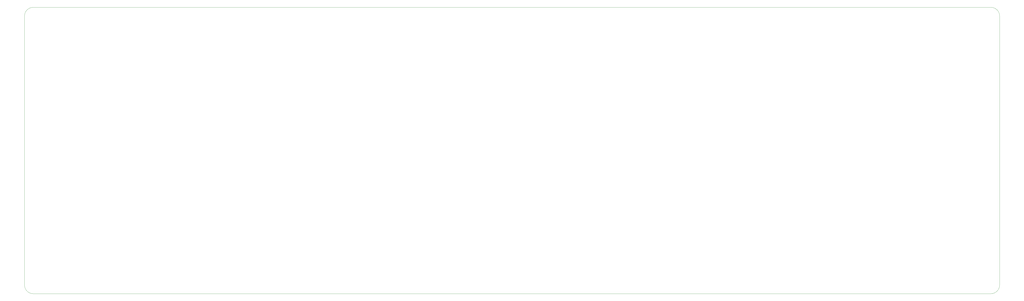
<source format=gm1>
G04 #@! TF.GenerationSoftware,KiCad,Pcbnew,6.0.7-f9a2dced07~116~ubuntu22.04.1*
G04 #@! TF.CreationDate,2022-09-05T17:56:12+01:00*
G04 #@! TF.ProjectId,keyboard,6b657962-6f61-4726-942e-6b696361645f,rev?*
G04 #@! TF.SameCoordinates,Original*
G04 #@! TF.FileFunction,Profile,NP*
%FSLAX46Y46*%
G04 Gerber Fmt 4.6, Leading zero omitted, Abs format (unit mm)*
G04 Created by KiCad (PCBNEW 6.0.7-f9a2dced07~116~ubuntu22.04.1) date 2022-09-05 17:56:12*
%MOMM*%
%LPD*%
G01*
G04 APERTURE LIST*
G04 #@! TA.AperFunction,Profile*
%ADD10C,0.100000*%
G04 #@! TD*
G04 APERTURE END LIST*
D10*
X472281250Y-244475000D02*
G75*
G03*
X476250000Y-240506250I-50J3968800D01*
G01*
X36512500Y-240506250D02*
G75*
G03*
X40481250Y-244475000I3968750J0D01*
G01*
X476249950Y-119062500D02*
G75*
G03*
X472281250Y-115093750I-3968750J0D01*
G01*
X472281250Y-115093750D02*
X40481250Y-115093750D01*
X476250000Y-240506250D02*
X476250000Y-119062500D01*
X40481250Y-244475000D02*
X472281250Y-244475000D01*
X40481250Y-115093750D02*
G75*
G03*
X36512500Y-119062500I0J-3968750D01*
G01*
X36512500Y-119062500D02*
X36512500Y-240506250D01*
M02*

</source>
